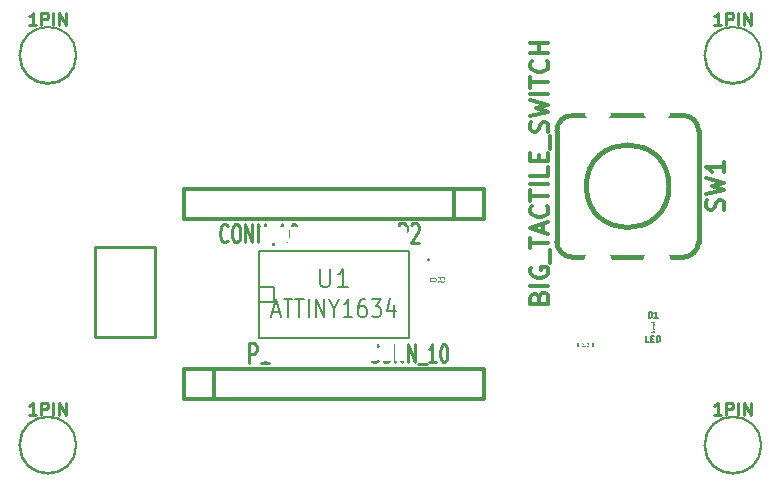
<source format=gto>
G04 (created by PCBNEW (2013-09-28 BZR 4356)-product) date 25/03/2014 00:12:11*
%MOIN*%
G04 Gerber Fmt 3.4, Leading zero omitted, Abs format*
%FSLAX34Y34*%
G01*
G70*
G90*
G04 APERTURE LIST*
%ADD10C,0.005906*%
%ADD11C,0.002600*%
%ADD12C,0.010000*%
%ADD13C,0.015000*%
%ADD14C,0.004000*%
%ADD15C,0.012000*%
%ADD16C,0.003900*%
%ADD17C,0.005000*%
%ADD18C,0.010700*%
%ADD19C,0.004300*%
%ADD20C,0.004500*%
%ADD21C,0.080000*%
%ADD22C,0.094800*%
%ADD23R,0.051400X0.051400*%
%ADD24R,0.075000X0.075000*%
%ADD25C,0.075000*%
%ADD26R,0.075000X0.055000*%
%ADD27R,0.065000X0.045000*%
%ADD28R,0.040000X0.070000*%
%ADD29C,0.180000*%
G04 APERTURE END LIST*
G54D10*
G54D11*
X73631Y-44013D02*
X73631Y-43813D01*
X73631Y-43813D02*
X73431Y-43813D01*
X73431Y-44013D02*
X73431Y-43813D01*
X73631Y-44013D02*
X73431Y-44013D01*
X72631Y-44013D02*
X72631Y-43813D01*
X72631Y-43813D02*
X72431Y-43813D01*
X72431Y-44013D02*
X72431Y-43813D01*
X72631Y-44013D02*
X72431Y-44013D01*
X72631Y-43013D02*
X72631Y-42813D01*
X72631Y-42813D02*
X72431Y-42813D01*
X72431Y-43013D02*
X72431Y-42813D01*
X72631Y-43013D02*
X72431Y-43013D01*
X73631Y-43013D02*
X73631Y-42813D01*
X73631Y-42813D02*
X73431Y-42813D01*
X73431Y-43013D02*
X73431Y-42813D01*
X73631Y-43013D02*
X73431Y-43013D01*
X72631Y-42013D02*
X72631Y-41813D01*
X72631Y-41813D02*
X72431Y-41813D01*
X72431Y-42013D02*
X72431Y-41813D01*
X72631Y-42013D02*
X72431Y-42013D01*
X73631Y-42013D02*
X73631Y-41813D01*
X73631Y-41813D02*
X73431Y-41813D01*
X73431Y-42013D02*
X73431Y-41813D01*
X73631Y-42013D02*
X73431Y-42013D01*
G54D12*
X72031Y-44413D02*
X72031Y-41413D01*
X72031Y-41413D02*
X74031Y-41413D01*
X74031Y-41413D02*
X74031Y-44413D01*
X74031Y-44413D02*
X72031Y-44413D01*
G54D13*
X91650Y-41762D02*
X87950Y-41762D01*
X92162Y-37550D02*
X92162Y-41250D01*
X87950Y-37038D02*
X91650Y-37038D01*
X91650Y-41762D02*
G75*
G03X92162Y-41250I0J512D01*
G74*
G01*
X92162Y-37550D02*
G75*
G03X91650Y-37038I-512J0D01*
G74*
G01*
X87438Y-37589D02*
X87438Y-41250D01*
X87438Y-41250D02*
G75*
G03X87950Y-41762I512J0D01*
G74*
G01*
X87950Y-37038D02*
G75*
G03X87438Y-37550I0J-512D01*
G74*
G01*
X91178Y-39400D02*
G75*
G03X91178Y-39400I-1378J0D01*
G74*
G01*
G54D11*
X90826Y-43917D02*
X90826Y-44271D01*
X90826Y-44271D02*
X90983Y-44271D01*
X90983Y-43917D02*
X90983Y-44271D01*
X90826Y-43917D02*
X90983Y-43917D01*
X90315Y-43917D02*
X90315Y-44271D01*
X90315Y-44271D02*
X90472Y-44271D01*
X90472Y-43917D02*
X90472Y-44271D01*
X90315Y-43917D02*
X90472Y-43917D01*
X90649Y-43917D02*
X90649Y-43976D01*
X90649Y-43976D02*
X90767Y-43976D01*
X90767Y-43917D02*
X90767Y-43976D01*
X90649Y-43917D02*
X90767Y-43917D01*
X90649Y-44212D02*
X90649Y-44271D01*
X90649Y-44271D02*
X90767Y-44271D01*
X90767Y-44212D02*
X90767Y-44271D01*
X90649Y-44212D02*
X90767Y-44212D01*
X90649Y-44035D02*
X90649Y-44153D01*
X90649Y-44153D02*
X90767Y-44153D01*
X90767Y-44035D02*
X90767Y-44153D01*
X90649Y-44035D02*
X90767Y-44035D01*
G54D14*
X90826Y-43937D02*
X90472Y-43937D01*
X90826Y-44251D02*
X90472Y-44251D01*
G54D15*
X75000Y-46500D02*
X75000Y-45500D01*
X75000Y-45500D02*
X85000Y-45500D01*
X85000Y-45500D02*
X85000Y-46500D01*
X85000Y-46500D02*
X75000Y-46500D01*
X76000Y-46500D02*
X76000Y-45500D01*
X85000Y-39500D02*
X85000Y-40500D01*
X85000Y-40500D02*
X75000Y-40500D01*
X75000Y-40500D02*
X75000Y-39500D01*
X75000Y-39500D02*
X85000Y-39500D01*
X84000Y-39500D02*
X84000Y-40500D01*
G54D16*
X83214Y-41869D02*
G75*
G03X83214Y-41869I-50J0D01*
G74*
G01*
X83164Y-42319D02*
X83164Y-41919D01*
X83164Y-41919D02*
X83764Y-41919D01*
X83764Y-41919D02*
X83764Y-42319D01*
X83764Y-42719D02*
X83764Y-43119D01*
X83764Y-43119D02*
X83164Y-43119D01*
X83164Y-43119D02*
X83164Y-42719D01*
G54D17*
X88635Y-44235D02*
X88635Y-45135D01*
X88635Y-45135D02*
X88135Y-45135D01*
X88135Y-45135D02*
X88135Y-44235D01*
X88135Y-44235D02*
X88635Y-44235D01*
X82500Y-44450D02*
X82500Y-41550D01*
X77500Y-41550D02*
X77500Y-44450D01*
X82500Y-44450D02*
X77500Y-44450D01*
X77500Y-41550D02*
X82500Y-41550D01*
X77500Y-42750D02*
X78000Y-42750D01*
X78000Y-42750D02*
X78000Y-43250D01*
X78000Y-43250D02*
X77500Y-43250D01*
G54D13*
X71372Y-35039D02*
G75*
G03X71372Y-35039I-900J0D01*
G74*
G01*
X94207Y-35039D02*
G75*
G03X94207Y-35039I-900J0D01*
G74*
G01*
X71372Y-48031D02*
G75*
G03X71372Y-48031I-900J0D01*
G74*
G01*
X94207Y-48031D02*
G75*
G03X94207Y-48031I-900J0D01*
G74*
G01*
G54D15*
X92995Y-40200D02*
X93024Y-40114D01*
X93024Y-39971D01*
X92995Y-39914D01*
X92967Y-39885D01*
X92910Y-39857D01*
X92853Y-39857D01*
X92795Y-39885D01*
X92767Y-39914D01*
X92738Y-39971D01*
X92710Y-40085D01*
X92681Y-40142D01*
X92653Y-40171D01*
X92595Y-40200D01*
X92538Y-40200D01*
X92481Y-40171D01*
X92453Y-40142D01*
X92424Y-40085D01*
X92424Y-39942D01*
X92453Y-39857D01*
X92424Y-39657D02*
X93024Y-39514D01*
X92595Y-39400D01*
X93024Y-39285D01*
X92424Y-39142D01*
X93024Y-38600D02*
X93024Y-38942D01*
X93024Y-38771D02*
X92424Y-38771D01*
X92510Y-38828D01*
X92567Y-38885D01*
X92595Y-38942D01*
X86844Y-43109D02*
X86872Y-43024D01*
X86901Y-42995D01*
X86958Y-42967D01*
X87044Y-42967D01*
X87101Y-42995D01*
X87129Y-43024D01*
X87158Y-43081D01*
X87158Y-43309D01*
X86558Y-43309D01*
X86558Y-43109D01*
X86587Y-43052D01*
X86615Y-43024D01*
X86672Y-42995D01*
X86729Y-42995D01*
X86787Y-43024D01*
X86815Y-43052D01*
X86844Y-43109D01*
X86844Y-43309D01*
X87158Y-42709D02*
X86558Y-42709D01*
X86587Y-42109D02*
X86558Y-42167D01*
X86558Y-42252D01*
X86587Y-42338D01*
X86644Y-42395D01*
X86701Y-42424D01*
X86815Y-42452D01*
X86901Y-42452D01*
X87015Y-42424D01*
X87072Y-42395D01*
X87129Y-42338D01*
X87158Y-42252D01*
X87158Y-42195D01*
X87129Y-42109D01*
X87101Y-42081D01*
X86901Y-42081D01*
X86901Y-42195D01*
X87215Y-41967D02*
X87215Y-41509D01*
X86558Y-41452D02*
X86558Y-41109D01*
X87158Y-41281D02*
X86558Y-41281D01*
X86987Y-40938D02*
X86987Y-40652D01*
X87158Y-40995D02*
X86558Y-40795D01*
X87158Y-40595D01*
X87101Y-40052D02*
X87129Y-40081D01*
X87158Y-40166D01*
X87158Y-40224D01*
X87129Y-40309D01*
X87072Y-40366D01*
X87015Y-40395D01*
X86901Y-40424D01*
X86815Y-40424D01*
X86701Y-40395D01*
X86644Y-40366D01*
X86587Y-40309D01*
X86558Y-40224D01*
X86558Y-40166D01*
X86587Y-40081D01*
X86615Y-40052D01*
X86558Y-39881D02*
X86558Y-39538D01*
X87158Y-39709D02*
X86558Y-39709D01*
X87158Y-39338D02*
X86558Y-39338D01*
X87158Y-38767D02*
X87158Y-39052D01*
X86558Y-39052D01*
X86844Y-38567D02*
X86844Y-38367D01*
X87158Y-38281D02*
X87158Y-38567D01*
X86558Y-38567D01*
X86558Y-38281D01*
X87215Y-38167D02*
X87215Y-37709D01*
X87129Y-37595D02*
X87158Y-37509D01*
X87158Y-37367D01*
X87129Y-37309D01*
X87101Y-37281D01*
X87044Y-37252D01*
X86987Y-37252D01*
X86929Y-37281D01*
X86901Y-37309D01*
X86872Y-37367D01*
X86844Y-37481D01*
X86815Y-37538D01*
X86787Y-37567D01*
X86729Y-37595D01*
X86672Y-37595D01*
X86615Y-37567D01*
X86587Y-37538D01*
X86558Y-37481D01*
X86558Y-37338D01*
X86587Y-37252D01*
X86558Y-37052D02*
X87158Y-36909D01*
X86729Y-36795D01*
X87158Y-36681D01*
X86558Y-36538D01*
X87158Y-36309D02*
X86558Y-36309D01*
X86558Y-36109D02*
X86558Y-35767D01*
X87158Y-35938D02*
X86558Y-35938D01*
X87101Y-35224D02*
X87129Y-35252D01*
X87158Y-35338D01*
X87158Y-35395D01*
X87129Y-35481D01*
X87072Y-35538D01*
X87015Y-35567D01*
X86901Y-35595D01*
X86815Y-35595D01*
X86701Y-35567D01*
X86644Y-35538D01*
X86587Y-35481D01*
X86558Y-35395D01*
X86558Y-35338D01*
X86587Y-35252D01*
X86615Y-35224D01*
X87158Y-34967D02*
X86558Y-34967D01*
X86844Y-34967D02*
X86844Y-34624D01*
X87158Y-34624D02*
X86558Y-34624D01*
G54D17*
X90501Y-43784D02*
X90501Y-43584D01*
X90549Y-43584D01*
X90578Y-43594D01*
X90597Y-43613D01*
X90606Y-43632D01*
X90616Y-43670D01*
X90616Y-43699D01*
X90606Y-43737D01*
X90597Y-43756D01*
X90578Y-43775D01*
X90549Y-43784D01*
X90501Y-43784D01*
X90806Y-43784D02*
X90692Y-43784D01*
X90749Y-43784D02*
X90749Y-43584D01*
X90730Y-43613D01*
X90711Y-43632D01*
X90692Y-43642D01*
X90521Y-44584D02*
X90425Y-44584D01*
X90425Y-44384D01*
X90587Y-44480D02*
X90654Y-44480D01*
X90682Y-44584D02*
X90587Y-44584D01*
X90587Y-44384D01*
X90682Y-44384D01*
X90768Y-44584D02*
X90768Y-44384D01*
X90816Y-44384D01*
X90844Y-44394D01*
X90863Y-44413D01*
X90873Y-44432D01*
X90882Y-44470D01*
X90882Y-44499D01*
X90873Y-44537D01*
X90863Y-44556D01*
X90844Y-44575D01*
X90816Y-44584D01*
X90768Y-44584D01*
G54D18*
X77184Y-45308D02*
X77184Y-44627D01*
X77347Y-44627D01*
X77387Y-44659D01*
X77408Y-44691D01*
X77428Y-44756D01*
X77428Y-44854D01*
X77408Y-44918D01*
X77387Y-44951D01*
X77347Y-44983D01*
X77184Y-44983D01*
X77836Y-45308D02*
X77591Y-45308D01*
X77714Y-45308D02*
X77714Y-44627D01*
X77673Y-44724D01*
X77632Y-44789D01*
X77591Y-44821D01*
G54D15*
G54D12*
X81461Y-45214D02*
X81442Y-45242D01*
X81385Y-45271D01*
X81347Y-45271D01*
X81290Y-45242D01*
X81252Y-45185D01*
X81233Y-45128D01*
X81214Y-45014D01*
X81214Y-44928D01*
X81233Y-44814D01*
X81252Y-44757D01*
X81290Y-44700D01*
X81347Y-44671D01*
X81385Y-44671D01*
X81442Y-44700D01*
X81461Y-44728D01*
X81709Y-44671D02*
X81785Y-44671D01*
X81823Y-44700D01*
X81861Y-44757D01*
X81880Y-44871D01*
X81880Y-45071D01*
X81861Y-45185D01*
X81823Y-45242D01*
X81785Y-45271D01*
X81709Y-45271D01*
X81671Y-45242D01*
X81633Y-45185D01*
X81614Y-45071D01*
X81614Y-44871D01*
X81633Y-44757D01*
X81671Y-44700D01*
X81709Y-44671D01*
X82052Y-45271D02*
X82052Y-44671D01*
X82280Y-45271D01*
X82280Y-44671D01*
X82471Y-45271D02*
X82471Y-44671D01*
X82700Y-45271D01*
X82700Y-44671D01*
X82795Y-45328D02*
X83100Y-45328D01*
X83404Y-45271D02*
X83176Y-45271D01*
X83290Y-45271D02*
X83290Y-44671D01*
X83252Y-44757D01*
X83214Y-44814D01*
X83176Y-44842D01*
X83652Y-44671D02*
X83690Y-44671D01*
X83728Y-44700D01*
X83747Y-44728D01*
X83766Y-44785D01*
X83785Y-44900D01*
X83785Y-45042D01*
X83766Y-45157D01*
X83747Y-45214D01*
X83728Y-45242D01*
X83690Y-45271D01*
X83652Y-45271D01*
X83614Y-45242D01*
X83595Y-45214D01*
X83576Y-45157D01*
X83557Y-45042D01*
X83557Y-44900D01*
X83576Y-44785D01*
X83595Y-44728D01*
X83614Y-44700D01*
X83652Y-44671D01*
G54D15*
G54D18*
X82184Y-41308D02*
X82184Y-40627D01*
X82347Y-40627D01*
X82387Y-40659D01*
X82408Y-40691D01*
X82428Y-40756D01*
X82428Y-40854D01*
X82408Y-40918D01*
X82387Y-40951D01*
X82347Y-40983D01*
X82184Y-40983D01*
X82591Y-40691D02*
X82612Y-40659D01*
X82652Y-40627D01*
X82754Y-40627D01*
X82795Y-40659D01*
X82815Y-40691D01*
X82836Y-40756D01*
X82836Y-40821D01*
X82815Y-40918D01*
X82571Y-41308D01*
X82836Y-41308D01*
G54D15*
G54D12*
X76461Y-41214D02*
X76442Y-41242D01*
X76385Y-41271D01*
X76347Y-41271D01*
X76290Y-41242D01*
X76252Y-41185D01*
X76233Y-41128D01*
X76214Y-41014D01*
X76214Y-40928D01*
X76233Y-40814D01*
X76252Y-40757D01*
X76290Y-40700D01*
X76347Y-40671D01*
X76385Y-40671D01*
X76442Y-40700D01*
X76461Y-40728D01*
X76709Y-40671D02*
X76785Y-40671D01*
X76823Y-40700D01*
X76861Y-40757D01*
X76880Y-40871D01*
X76880Y-41071D01*
X76861Y-41185D01*
X76823Y-41242D01*
X76785Y-41271D01*
X76709Y-41271D01*
X76671Y-41242D01*
X76633Y-41185D01*
X76614Y-41071D01*
X76614Y-40871D01*
X76633Y-40757D01*
X76671Y-40700D01*
X76709Y-40671D01*
X77052Y-41271D02*
X77052Y-40671D01*
X77280Y-41271D01*
X77280Y-40671D01*
X77471Y-41271D02*
X77471Y-40671D01*
X77700Y-41271D01*
X77700Y-40671D01*
X77795Y-41328D02*
X78100Y-41328D01*
X78404Y-41271D02*
X78176Y-41271D01*
X78290Y-41271D02*
X78290Y-40671D01*
X78252Y-40757D01*
X78214Y-40814D01*
X78176Y-40842D01*
X78652Y-40671D02*
X78690Y-40671D01*
X78728Y-40700D01*
X78747Y-40728D01*
X78766Y-40785D01*
X78785Y-40900D01*
X78785Y-41042D01*
X78766Y-41157D01*
X78747Y-41214D01*
X78728Y-41242D01*
X78690Y-41271D01*
X78652Y-41271D01*
X78614Y-41242D01*
X78595Y-41214D01*
X78576Y-41157D01*
X78557Y-41042D01*
X78557Y-40900D01*
X78576Y-40785D01*
X78595Y-40728D01*
X78614Y-40700D01*
X78652Y-40671D01*
G54D15*
G54D19*
X83678Y-42552D02*
X83584Y-42618D01*
X83678Y-42665D02*
X83481Y-42665D01*
X83481Y-42590D01*
X83491Y-42571D01*
X83500Y-42561D01*
X83519Y-42552D01*
X83547Y-42552D01*
X83566Y-42561D01*
X83575Y-42571D01*
X83584Y-42590D01*
X83584Y-42665D01*
X83678Y-42364D02*
X83678Y-42477D01*
X83678Y-42421D02*
X83481Y-42421D01*
X83509Y-42439D01*
X83528Y-42458D01*
X83537Y-42477D01*
X83403Y-42636D02*
X83403Y-42749D01*
X83403Y-42693D02*
X83206Y-42693D01*
X83234Y-42711D01*
X83253Y-42730D01*
X83262Y-42749D01*
X83206Y-42514D02*
X83206Y-42496D01*
X83216Y-42477D01*
X83225Y-42468D01*
X83244Y-42458D01*
X83281Y-42449D01*
X83328Y-42449D01*
X83366Y-42458D01*
X83384Y-42468D01*
X83394Y-42477D01*
X83403Y-42496D01*
X83403Y-42514D01*
X83394Y-42533D01*
X83384Y-42543D01*
X83366Y-42552D01*
X83328Y-42561D01*
X83281Y-42561D01*
X83244Y-42552D01*
X83225Y-42543D01*
X83216Y-42533D01*
X83206Y-42514D01*
X83403Y-42364D02*
X83206Y-42364D01*
X83328Y-42346D02*
X83403Y-42289D01*
X83272Y-42289D02*
X83347Y-42364D01*
G54D20*
X88476Y-44715D02*
X88381Y-44775D01*
X88476Y-44817D02*
X88276Y-44817D01*
X88276Y-44749D01*
X88285Y-44732D01*
X88295Y-44723D01*
X88314Y-44715D01*
X88342Y-44715D01*
X88362Y-44723D01*
X88371Y-44732D01*
X88381Y-44749D01*
X88381Y-44817D01*
X88295Y-44646D02*
X88285Y-44637D01*
X88276Y-44620D01*
X88276Y-44577D01*
X88285Y-44560D01*
X88295Y-44552D01*
X88314Y-44543D01*
X88333Y-44543D01*
X88362Y-44552D01*
X88476Y-44655D01*
X88476Y-44543D01*
G54D17*
X79542Y-42171D02*
X79542Y-42657D01*
X79571Y-42714D01*
X79600Y-42742D01*
X79657Y-42771D01*
X79771Y-42771D01*
X79828Y-42742D01*
X79857Y-42714D01*
X79885Y-42657D01*
X79885Y-42171D01*
X80485Y-42771D02*
X80142Y-42771D01*
X80314Y-42771D02*
X80314Y-42171D01*
X80257Y-42257D01*
X80200Y-42314D01*
X80142Y-42342D01*
X77952Y-43600D02*
X78190Y-43600D01*
X77904Y-43771D02*
X78071Y-43171D01*
X78238Y-43771D01*
X78333Y-43171D02*
X78619Y-43171D01*
X78476Y-43771D02*
X78476Y-43171D01*
X78714Y-43171D02*
X79000Y-43171D01*
X78857Y-43771D02*
X78857Y-43171D01*
X79166Y-43771D02*
X79166Y-43171D01*
X79404Y-43771D02*
X79404Y-43171D01*
X79690Y-43771D01*
X79690Y-43171D01*
X80023Y-43485D02*
X80023Y-43771D01*
X79857Y-43171D02*
X80023Y-43485D01*
X80190Y-43171D01*
X80619Y-43771D02*
X80333Y-43771D01*
X80476Y-43771D02*
X80476Y-43171D01*
X80428Y-43257D01*
X80380Y-43314D01*
X80333Y-43342D01*
X81047Y-43171D02*
X80952Y-43171D01*
X80904Y-43200D01*
X80880Y-43228D01*
X80833Y-43314D01*
X80809Y-43428D01*
X80809Y-43657D01*
X80833Y-43714D01*
X80857Y-43742D01*
X80904Y-43771D01*
X80999Y-43771D01*
X81047Y-43742D01*
X81071Y-43714D01*
X81095Y-43657D01*
X81095Y-43514D01*
X81071Y-43457D01*
X81047Y-43428D01*
X80999Y-43400D01*
X80904Y-43400D01*
X80857Y-43428D01*
X80833Y-43457D01*
X80809Y-43514D01*
X81261Y-43171D02*
X81571Y-43171D01*
X81404Y-43400D01*
X81476Y-43400D01*
X81523Y-43428D01*
X81547Y-43457D01*
X81571Y-43514D01*
X81571Y-43657D01*
X81547Y-43714D01*
X81523Y-43742D01*
X81476Y-43771D01*
X81333Y-43771D01*
X81285Y-43742D01*
X81261Y-43714D01*
X82000Y-43371D02*
X82000Y-43771D01*
X81880Y-43142D02*
X81761Y-43571D01*
X82071Y-43571D01*
G54D12*
X70081Y-34020D02*
X69853Y-34020D01*
X69967Y-34020D02*
X69967Y-33620D01*
X69929Y-33677D01*
X69891Y-33715D01*
X69853Y-33734D01*
X70253Y-34020D02*
X70253Y-33620D01*
X70405Y-33620D01*
X70443Y-33639D01*
X70462Y-33658D01*
X70481Y-33696D01*
X70481Y-33753D01*
X70462Y-33791D01*
X70443Y-33810D01*
X70405Y-33829D01*
X70253Y-33829D01*
X70653Y-34020D02*
X70653Y-33620D01*
X70843Y-34020D02*
X70843Y-33620D01*
X71072Y-34020D01*
X71072Y-33620D01*
X92916Y-34020D02*
X92688Y-34020D01*
X92802Y-34020D02*
X92802Y-33620D01*
X92764Y-33677D01*
X92726Y-33715D01*
X92688Y-33734D01*
X93088Y-34020D02*
X93088Y-33620D01*
X93240Y-33620D01*
X93278Y-33639D01*
X93297Y-33658D01*
X93316Y-33696D01*
X93316Y-33753D01*
X93297Y-33791D01*
X93278Y-33810D01*
X93240Y-33829D01*
X93088Y-33829D01*
X93488Y-34020D02*
X93488Y-33620D01*
X93678Y-34020D02*
X93678Y-33620D01*
X93907Y-34020D01*
X93907Y-33620D01*
X70081Y-47012D02*
X69853Y-47012D01*
X69967Y-47012D02*
X69967Y-46612D01*
X69929Y-46669D01*
X69891Y-46707D01*
X69853Y-46726D01*
X70253Y-47012D02*
X70253Y-46612D01*
X70405Y-46612D01*
X70443Y-46631D01*
X70462Y-46650D01*
X70481Y-46688D01*
X70481Y-46745D01*
X70462Y-46783D01*
X70443Y-46802D01*
X70405Y-46821D01*
X70253Y-46821D01*
X70653Y-47012D02*
X70653Y-46612D01*
X70843Y-47012D02*
X70843Y-46612D01*
X71072Y-47012D01*
X71072Y-46612D01*
X92916Y-47012D02*
X92688Y-47012D01*
X92802Y-47012D02*
X92802Y-46612D01*
X92764Y-46669D01*
X92726Y-46707D01*
X92688Y-46726D01*
X93088Y-47012D02*
X93088Y-46612D01*
X93240Y-46612D01*
X93278Y-46631D01*
X93297Y-46650D01*
X93316Y-46688D01*
X93316Y-46745D01*
X93297Y-46783D01*
X93278Y-46802D01*
X93240Y-46821D01*
X93088Y-46821D01*
X93488Y-47012D02*
X93488Y-46612D01*
X93678Y-47012D02*
X93678Y-46612D01*
X93907Y-47012D01*
X93907Y-46612D01*
%LPC*%
G54D21*
X73531Y-43913D03*
X72531Y-43913D03*
X73531Y-42913D03*
X72531Y-42913D03*
X73531Y-41913D03*
X72531Y-41913D03*
G54D22*
X88816Y-36841D03*
X90784Y-36841D03*
X88816Y-41959D03*
X90784Y-41959D03*
G54D23*
X90354Y-44094D03*
X90944Y-44094D03*
G54D24*
X75500Y-46000D03*
G54D25*
X76500Y-46000D03*
X77500Y-46000D03*
X78500Y-46000D03*
X79500Y-46000D03*
X80500Y-46000D03*
X81500Y-46000D03*
X82500Y-46000D03*
X83500Y-46000D03*
X84500Y-46000D03*
G54D24*
X84500Y-40000D03*
G54D25*
X83500Y-40000D03*
X82500Y-40000D03*
X81500Y-40000D03*
X80500Y-40000D03*
X79500Y-40000D03*
X78500Y-40000D03*
X77500Y-40000D03*
X76500Y-40000D03*
X75500Y-40000D03*
G54D26*
X83464Y-42144D03*
X83464Y-42894D03*
G54D27*
X88385Y-44385D03*
X88385Y-44985D03*
G54D28*
X82250Y-41100D03*
X81750Y-41100D03*
X81250Y-41100D03*
X80750Y-41100D03*
X80250Y-41100D03*
X79750Y-41100D03*
X79250Y-41100D03*
X78750Y-41100D03*
X78250Y-41100D03*
X77750Y-41100D03*
X77750Y-44900D03*
X78250Y-44900D03*
X78750Y-44900D03*
X79250Y-44900D03*
X79750Y-44900D03*
X80250Y-44900D03*
X80750Y-44900D03*
X81250Y-44900D03*
X81750Y-44900D03*
X82250Y-44900D03*
G54D29*
X70472Y-35039D03*
X93307Y-35039D03*
X70472Y-48031D03*
X93307Y-48031D03*
M02*

</source>
